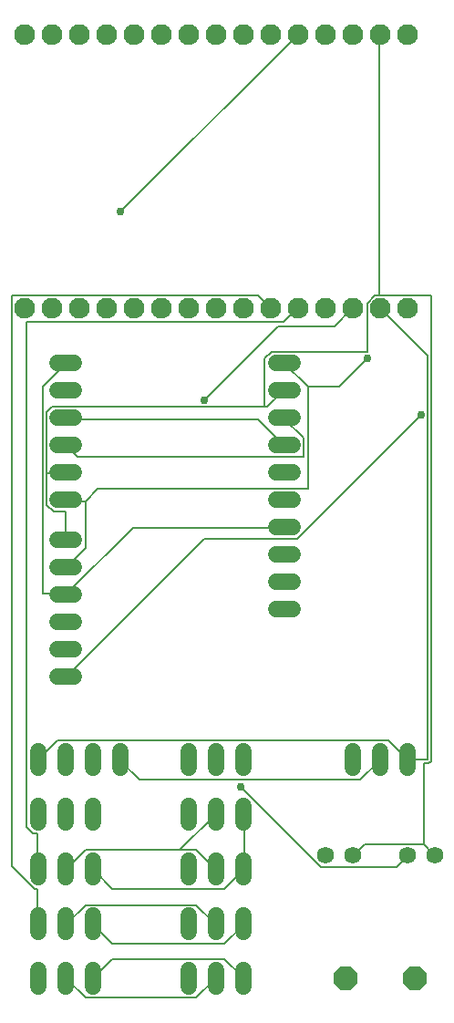
<source format=gbr>
G04 EAGLE Gerber RS-274X export*
G75*
%MOMM*%
%FSLAX34Y34*%
%LPD*%
%INTop Copper*%
%IPPOS*%
%AMOC8*
5,1,8,0,0,1.08239X$1,22.5*%
G01*
G04 Define Apertures*
%ADD10C,1.930400*%
%ADD11C,1.524000*%
%ADD12P,2.336880X8X22.500000*%
%ADD13C,1.581000*%
%ADD14C,0.152400*%
%ADD15C,0.756400*%
D10*
X-152300Y977888D03*
X-177700Y977888D03*
X-203100Y977888D03*
X-228500Y977888D03*
X-253900Y977888D03*
X-279300Y977888D03*
X-304700Y977888D03*
X-330100Y977888D03*
X-355500Y977888D03*
X-380900Y977888D03*
X-406300Y977888D03*
X-431700Y977888D03*
X-457100Y977888D03*
X-482500Y977888D03*
X-507900Y977888D03*
X-152300Y723838D03*
X-177700Y723838D03*
X-203100Y723838D03*
X-228500Y723838D03*
X-253900Y723838D03*
X-279300Y723838D03*
X-304700Y723838D03*
X-330100Y723838D03*
X-355500Y723838D03*
X-380900Y723838D03*
X-406300Y723838D03*
X-431700Y723838D03*
X-457100Y723838D03*
X-482500Y723838D03*
X-507900Y723838D03*
D11*
X-477520Y546100D02*
X-462280Y546100D01*
X-462280Y571500D02*
X-477520Y571500D01*
X-477520Y596900D02*
X-462280Y596900D01*
X-462280Y622300D02*
X-477520Y622300D01*
X-477520Y647700D02*
X-462280Y647700D01*
X-462280Y673100D02*
X-477520Y673100D01*
D12*
X-210312Y101600D03*
X-145288Y101600D03*
D11*
X-495300Y246380D02*
X-495300Y261620D01*
X-469900Y261620D02*
X-469900Y246380D01*
X-444500Y246380D02*
X-444500Y261620D01*
X-355600Y297180D02*
X-355600Y312420D01*
X-330200Y312420D02*
X-330200Y297180D01*
X-304800Y297180D02*
X-304800Y312420D01*
X-355600Y261620D02*
X-355600Y246380D01*
X-330200Y246380D02*
X-330200Y261620D01*
X-304800Y261620D02*
X-304800Y246380D01*
X-495300Y160020D02*
X-495300Y144780D01*
X-469900Y144780D02*
X-469900Y160020D01*
X-444500Y160020D02*
X-444500Y144780D01*
X-495300Y195580D02*
X-495300Y210820D01*
X-469900Y210820D02*
X-469900Y195580D01*
X-444500Y195580D02*
X-444500Y210820D01*
X-355600Y210820D02*
X-355600Y195580D01*
X-330200Y195580D02*
X-330200Y210820D01*
X-304800Y210820D02*
X-304800Y195580D01*
D13*
X-152400Y215900D03*
X-127000Y215900D03*
D11*
X-259080Y673100D02*
X-274320Y673100D01*
X-274320Y647700D02*
X-259080Y647700D01*
X-259080Y622300D02*
X-274320Y622300D01*
X-274320Y596900D02*
X-259080Y596900D01*
X-259080Y571500D02*
X-274320Y571500D01*
X-274320Y546100D02*
X-259080Y546100D01*
X-259080Y520700D02*
X-274320Y520700D01*
X-274320Y495300D02*
X-259080Y495300D01*
X-259080Y469900D02*
X-274320Y469900D01*
X-274320Y444500D02*
X-259080Y444500D01*
X-462280Y509016D02*
X-477520Y509016D01*
X-477520Y483616D02*
X-462280Y483616D01*
X-462280Y458216D02*
X-477520Y458216D01*
X-477520Y432816D02*
X-462280Y432816D01*
X-462280Y407416D02*
X-477520Y407416D01*
X-477520Y382016D02*
X-462280Y382016D01*
X-495300Y312420D02*
X-495300Y297180D01*
X-469900Y297180D02*
X-469900Y312420D01*
X-444500Y312420D02*
X-444500Y297180D01*
X-419100Y297180D02*
X-419100Y312420D01*
X-355600Y160020D02*
X-355600Y144780D01*
X-330200Y144780D02*
X-330200Y160020D01*
X-304800Y160020D02*
X-304800Y144780D01*
X-495300Y109220D02*
X-495300Y93980D01*
X-469900Y93980D02*
X-469900Y109220D01*
X-444500Y109220D02*
X-444500Y93980D01*
X-355600Y93980D02*
X-355600Y109220D01*
X-330200Y109220D02*
X-330200Y93980D01*
X-304800Y93980D02*
X-304800Y109220D01*
X-203200Y297180D02*
X-203200Y312420D01*
X-177800Y312420D02*
X-177800Y297180D01*
X-152400Y297180D02*
X-152400Y312420D01*
D13*
X-228600Y215900D03*
X-203200Y215900D03*
D14*
X-468750Y382500D02*
X-341250Y510000D01*
X-255000Y510000D01*
X-140000Y625000D01*
X-468750Y382500D02*
X-469900Y382016D01*
D15*
X-140000Y625000D03*
D14*
X-451250Y501250D02*
X-468750Y483750D01*
X-451250Y501250D02*
X-451250Y545000D01*
X-468750Y545000D01*
X-468750Y483750D02*
X-469900Y483616D01*
X-468750Y545000D02*
X-469900Y546100D01*
X-266250Y672500D02*
X-245000Y651250D01*
X-245000Y556250D01*
X-440000Y556250D01*
X-451250Y545000D01*
X-266700Y673100D02*
X-266250Y672500D01*
X-216250Y651250D02*
X-190000Y677500D01*
X-216250Y651250D02*
X-245000Y651250D01*
D15*
X-190000Y677500D03*
D14*
X-248750Y603750D02*
X-266250Y621250D01*
X-248750Y603750D02*
X-248750Y586250D01*
X-458750Y586250D01*
X-468750Y596250D01*
X-266700Y622300D02*
X-266250Y621250D01*
X-468750Y596250D02*
X-469900Y596900D01*
X-407500Y520000D02*
X-468750Y458750D01*
X-407500Y520000D02*
X-267500Y520000D01*
X-468750Y458750D02*
X-469900Y458216D01*
X-267500Y520000D02*
X-266700Y520700D01*
X-470000Y672500D02*
X-491250Y651250D01*
X-491250Y458750D01*
X-470000Y458750D01*
X-470000Y672500D02*
X-469900Y673100D01*
X-470000Y458750D02*
X-469900Y458216D01*
X-291250Y621250D02*
X-267500Y597500D01*
X-291250Y621250D02*
X-468750Y621250D01*
X-267500Y597500D02*
X-266700Y596900D01*
X-468750Y621250D02*
X-469900Y622300D01*
X-192500Y226250D02*
X-202500Y216250D01*
X-192500Y226250D02*
X-137500Y226250D01*
X-127500Y216250D01*
X-202500Y216250D02*
X-203200Y215900D01*
X-127500Y216250D02*
X-127000Y215900D01*
X-470000Y510000D02*
X-470000Y535000D01*
X-481250Y535000D01*
X-487500Y541250D01*
X-487500Y571250D01*
X-470000Y571250D01*
X-470000Y510000D02*
X-469900Y509016D01*
X-470000Y571250D02*
X-469900Y571500D01*
X-282500Y632500D02*
X-267500Y647500D01*
X-285000Y632500D02*
X-482500Y632500D01*
X-285000Y632500D02*
X-282500Y632500D01*
X-482500Y632500D02*
X-487500Y627500D01*
X-487500Y571250D01*
X-267500Y647500D02*
X-266700Y647700D01*
X-178750Y736250D02*
X-178750Y977500D01*
X-178750Y736250D02*
X-182500Y736250D01*
X-190000Y728750D01*
X-190000Y683750D01*
X-278750Y683750D01*
X-285000Y677500D01*
X-285000Y632500D01*
X-178750Y977500D02*
X-177700Y977888D01*
X-137500Y301250D02*
X-137500Y226250D01*
X-137500Y301250D02*
X-132500Y301250D01*
X-130000Y303750D01*
X-130000Y736250D01*
X-178750Y736250D01*
X-418750Y813750D02*
X-255000Y977500D01*
X-253900Y977888D01*
D15*
X-418750Y813750D03*
D14*
X-152500Y215000D02*
X-162500Y205000D01*
X-232500Y205000D01*
X-307500Y280000D01*
X-152400Y215900D02*
X-152500Y215000D01*
D15*
X-307500Y280000D03*
D14*
X-341250Y638750D02*
X-272500Y707500D01*
X-220000Y707500D01*
X-203750Y723750D01*
X-203100Y723838D01*
D15*
X-341250Y638750D03*
D14*
X-496250Y185000D02*
X-496250Y152500D01*
X-496250Y185000D02*
X-498750Y185000D01*
X-520000Y206250D01*
X-520000Y736250D01*
X-291250Y736250D01*
X-280000Y725000D01*
X-495300Y152400D02*
X-496250Y152500D01*
X-279300Y723838D02*
X-280000Y725000D01*
X-496250Y236250D02*
X-496250Y203750D01*
X-496250Y236250D02*
X-500000Y236250D01*
X-506250Y242500D01*
X-506250Y711250D01*
X-267500Y711250D01*
X-255000Y723750D01*
X-496250Y203750D02*
X-495300Y203200D01*
X-255000Y723750D02*
X-253900Y723838D01*
X-477500Y322500D02*
X-495000Y305000D01*
X-477500Y322500D02*
X-170000Y322500D01*
X-152500Y305000D01*
X-495000Y305000D02*
X-495300Y304800D01*
X-152500Y305000D02*
X-152400Y304800D01*
X-133750Y680000D02*
X-177500Y723750D01*
X-133750Y680000D02*
X-133750Y305000D01*
X-151250Y305000D01*
X-177500Y723750D02*
X-177700Y723838D01*
X-151250Y305000D02*
X-152400Y304800D01*
X-401250Y286250D02*
X-418750Y303750D01*
X-401250Y286250D02*
X-196250Y286250D01*
X-178750Y303750D01*
X-418750Y303750D02*
X-419100Y304800D01*
X-178750Y303750D02*
X-177800Y304800D01*
X-451250Y221250D02*
X-468750Y203750D01*
X-363750Y221250D02*
X-348750Y221250D01*
X-363750Y221250D02*
X-451250Y221250D01*
X-348750Y221250D02*
X-331250Y203750D01*
X-468750Y203750D02*
X-469900Y203200D01*
X-331250Y203750D02*
X-330200Y203200D01*
X-363750Y221250D02*
X-331250Y253750D01*
X-330200Y254000D01*
X-426250Y185000D02*
X-443750Y202500D01*
X-426250Y185000D02*
X-322500Y185000D01*
X-305000Y202500D01*
X-443750Y202500D02*
X-444500Y203200D01*
X-305000Y202500D02*
X-304800Y203200D01*
X-303750Y203750D02*
X-303750Y253750D01*
X-304800Y254000D01*
X-303750Y203750D02*
X-304800Y203200D01*
X-451250Y170000D02*
X-468750Y152500D01*
X-451250Y170000D02*
X-348750Y170000D01*
X-331250Y152500D01*
X-468750Y152500D02*
X-469900Y152400D01*
X-331250Y152500D02*
X-330200Y152400D01*
X-426250Y133750D02*
X-443750Y151250D01*
X-426250Y133750D02*
X-322500Y133750D01*
X-305000Y151250D01*
X-443750Y151250D02*
X-444500Y152400D01*
X-305000Y151250D02*
X-304800Y152400D01*
X-451250Y83750D02*
X-468750Y101250D01*
X-451250Y83750D02*
X-348750Y83750D01*
X-331250Y101250D01*
X-468750Y101250D02*
X-469900Y101600D01*
X-331250Y101250D02*
X-330200Y101600D01*
X-426250Y120000D02*
X-443750Y102500D01*
X-426250Y120000D02*
X-322500Y120000D01*
X-305000Y102500D01*
X-443750Y102500D02*
X-444500Y101600D01*
X-305000Y102500D02*
X-304800Y101600D01*
M02*

</source>
